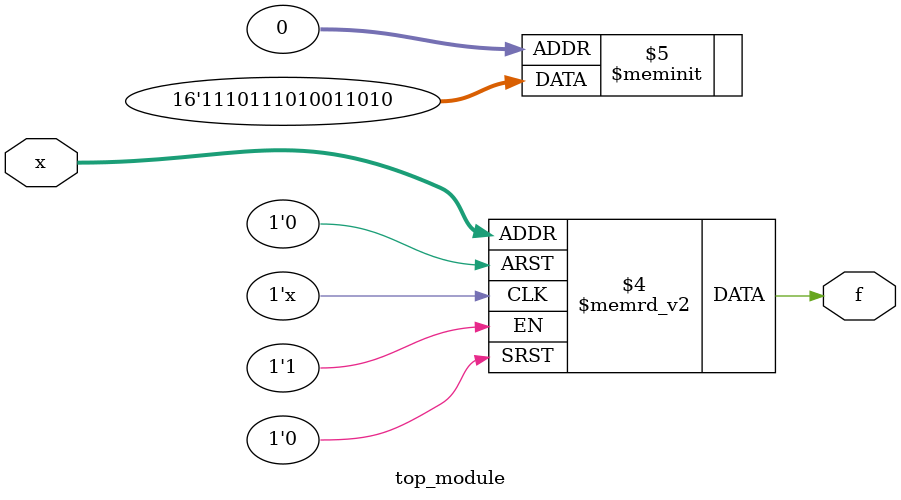
<source format=sv>
module top_module (
    input [4:1] x,
    output logic f
);

always_comb begin
    case (x)
        4'b0001, 4'b0011, 4'b0111, 4'b1001: f = 1'b1;
        4'b0100, 4'b1010, 4'b1011, 4'b1101, 4'b1110, 4'b1111: f = 1'b1; // Don't care conditions
        default: f = 1'b0;
    endcase
end

endmodule

</source>
